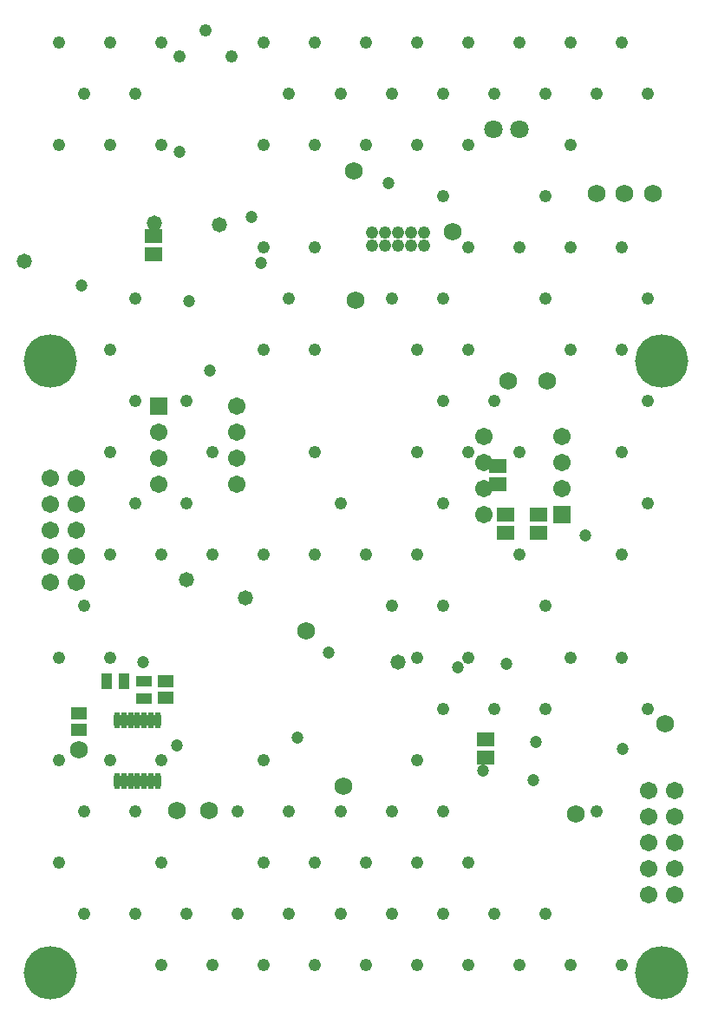
<source format=gbr>
G04 Layer_Color=16711935*
%FSLAX26Y26*%
%MOIN*%
%TF.FileFunction,Soldermask,Bot*%
%TF.Part,Single*%
G01*
G75*
%TA.AperFunction,ComponentPad*%
%ADD41C,0.068000*%
%TA.AperFunction,SMDPad,CuDef*%
%ADD53R,0.065087X0.053276*%
%ADD56R,0.059181X0.041465*%
%ADD64R,0.041465X0.059181*%
%ADD65R,0.061150X0.045402*%
%TA.AperFunction,ComponentPad*%
%ADD66C,0.067055*%
%ADD67C,0.070992*%
%ADD68C,0.048000*%
%ADD69R,0.067055X0.067055*%
%TA.AperFunction,ViaPad*%
%ADD70C,0.204850*%
%ADD71C,0.058000*%
%ADD72C,0.047370*%
%ADD73C,0.048000*%
%TA.AperFunction,SMDPad,CuDef*%
%ADD79O,0.025716X0.063118*%
D41*
X2170000Y760000D02*
D03*
X634913Y774110D02*
D03*
X2058338Y2423260D02*
D03*
X1908732D02*
D03*
X1315110Y3231110D02*
D03*
X1323110Y2735110D02*
D03*
X2466110Y3145110D02*
D03*
X2355110Y3145110D02*
D03*
X2250110Y3143810D02*
D03*
X1694110Y2997110D02*
D03*
X1132110Y1463110D02*
D03*
X760110Y774110D02*
D03*
X257759Y1005858D02*
D03*
X1275110Y868110D02*
D03*
X2511110Y1107110D02*
D03*
D53*
X1822110Y977677D02*
D03*
Y1048543D02*
D03*
X545110Y2981543D02*
D03*
Y2910677D02*
D03*
X2025000Y1910433D02*
D03*
Y1839567D02*
D03*
X1869134Y2028134D02*
D03*
Y2099000D02*
D03*
X1900000Y1839566D02*
D03*
Y1910432D02*
D03*
D56*
X508110Y1271575D02*
D03*
Y1204646D02*
D03*
D64*
X433575Y1269110D02*
D03*
X366646D02*
D03*
D65*
X260110Y1085614D02*
D03*
Y1148606D02*
D03*
X591110Y1206614D02*
D03*
Y1269606D02*
D03*
D66*
X150110Y2050110D02*
D03*
Y1950110D02*
D03*
Y1850110D02*
D03*
Y1750110D02*
D03*
Y1650110D02*
D03*
X250110Y2050110D02*
D03*
Y1950110D02*
D03*
Y1850110D02*
D03*
Y1750110D02*
D03*
Y1650110D02*
D03*
X1814134Y2209568D02*
D03*
Y2109568D02*
D03*
Y2009568D02*
D03*
Y1909568D02*
D03*
X2114134Y2209568D02*
D03*
Y2109568D02*
D03*
Y2009568D02*
D03*
X2450110Y850110D02*
D03*
Y750110D02*
D03*
Y650110D02*
D03*
Y550110D02*
D03*
Y450110D02*
D03*
X2550110Y850110D02*
D03*
Y750110D02*
D03*
Y650110D02*
D03*
Y550110D02*
D03*
Y450110D02*
D03*
X866110Y2027110D02*
D03*
Y2127110D02*
D03*
Y2227110D02*
D03*
Y2327110D02*
D03*
X566110Y2027110D02*
D03*
Y2127110D02*
D03*
Y2227110D02*
D03*
D67*
X1952110Y3390110D02*
D03*
X1852110D02*
D03*
D68*
X644110Y3669110D02*
D03*
X844110D02*
D03*
X744110Y3769110D02*
D03*
X1585110Y2995112D02*
D03*
Y2945112D02*
D03*
X1535110Y2995112D02*
D03*
Y2945112D02*
D03*
X1485110Y2995112D02*
D03*
Y2945112D02*
D03*
X1435110Y2995112D02*
D03*
Y2945112D02*
D03*
X1385110Y2995112D02*
D03*
Y2945112D02*
D03*
D69*
X2114134Y1909568D02*
D03*
X566110Y2327110D02*
D03*
D70*
X150110Y150110D02*
D03*
X2500110D02*
D03*
X150110Y2500110D02*
D03*
X2500110D02*
D03*
D71*
X550000Y3030000D02*
D03*
X1485110Y1345110D02*
D03*
X900000Y1591492D02*
D03*
X672000Y1662000D02*
D03*
X49000Y2883000D02*
D03*
X797110Y3023110D02*
D03*
D72*
X2005362Y890110D02*
D03*
X960000Y2876220D02*
D03*
X1220000Y1380000D02*
D03*
X1903009Y1337474D02*
D03*
X1813252Y926110D02*
D03*
X2350110Y1010110D02*
D03*
X270110Y2790110D02*
D03*
X2205110Y1830110D02*
D03*
X2015488Y1038780D02*
D03*
X1713800Y1325110D02*
D03*
X645110Y3305110D02*
D03*
X921110Y3055110D02*
D03*
X682110Y2732110D02*
D03*
X1447616Y3185110D02*
D03*
X762110Y2463110D02*
D03*
X1099110Y1053110D02*
D03*
X505110Y1344110D02*
D03*
X634922Y1024110D02*
D03*
D73*
X279528Y377953D02*
D03*
X181102Y574803D02*
D03*
X279528Y771654D02*
D03*
X181102Y968504D02*
D03*
Y1362205D02*
D03*
X279528Y1559055D02*
D03*
X181102Y3330709D02*
D03*
X279528Y3527559D02*
D03*
X181102Y3724410D02*
D03*
X476378Y377953D02*
D03*
Y771654D02*
D03*
X377953Y968504D02*
D03*
Y1362205D02*
D03*
Y1755906D02*
D03*
X476378Y1952756D02*
D03*
X377953Y2149606D02*
D03*
X476378Y2346457D02*
D03*
X377953Y2543307D02*
D03*
X476378Y2740158D02*
D03*
X377953Y3330709D02*
D03*
X476378Y3527559D02*
D03*
X377953Y3724410D02*
D03*
X574803Y181102D02*
D03*
X673228Y377953D02*
D03*
X574803Y574803D02*
D03*
Y968504D02*
D03*
Y1755906D02*
D03*
X673228Y1952756D02*
D03*
Y2346457D02*
D03*
X574803Y3330709D02*
D03*
Y3724410D02*
D03*
X771654Y181102D02*
D03*
X870079Y377953D02*
D03*
Y771654D02*
D03*
X771654Y1755906D02*
D03*
Y2149606D02*
D03*
X968504Y181102D02*
D03*
X1066929Y377953D02*
D03*
X968504Y574803D02*
D03*
X1066929Y771654D02*
D03*
X968504Y968504D02*
D03*
Y1755906D02*
D03*
Y2543307D02*
D03*
X1066929Y2740158D02*
D03*
X968504Y2937008D02*
D03*
Y3330709D02*
D03*
X1066929Y3527559D02*
D03*
X968504Y3724410D02*
D03*
X1165354Y181102D02*
D03*
X1263780Y377953D02*
D03*
X1165354Y574803D02*
D03*
X1263780Y771654D02*
D03*
X1165354Y1755906D02*
D03*
X1263780Y1952756D02*
D03*
X1165354Y2149606D02*
D03*
Y2543307D02*
D03*
Y2937008D02*
D03*
Y3330709D02*
D03*
X1263780Y3527559D02*
D03*
X1165354Y3724410D02*
D03*
X1362205Y181102D02*
D03*
X1460630Y377953D02*
D03*
X1362205Y574803D02*
D03*
X1460630Y771654D02*
D03*
Y1559055D02*
D03*
X1362205Y1755906D02*
D03*
X1460630Y2740158D02*
D03*
X1362205Y3330709D02*
D03*
X1460630Y3527559D02*
D03*
X1362205Y3724410D02*
D03*
X1559055Y181102D02*
D03*
X1657480Y377953D02*
D03*
X1559055Y574803D02*
D03*
X1657480Y771654D02*
D03*
X1559055Y968504D02*
D03*
X1657480Y1165354D02*
D03*
X1559055Y1362205D02*
D03*
X1657480Y1559055D02*
D03*
X1559055Y1755906D02*
D03*
X1657480Y1952756D02*
D03*
X1559055Y2149606D02*
D03*
X1657480Y2346457D02*
D03*
X1559055Y2543307D02*
D03*
X1657480Y2740158D02*
D03*
Y3133858D02*
D03*
X1559055Y3330709D02*
D03*
X1657480Y3527559D02*
D03*
X1559055Y3724410D02*
D03*
X1755906Y181102D02*
D03*
X1854331Y377953D02*
D03*
X1755906Y574803D02*
D03*
X1854331Y1165354D02*
D03*
X1755906Y1362205D02*
D03*
Y2149606D02*
D03*
X1854331Y2346457D02*
D03*
X1755906Y2543307D02*
D03*
Y2937008D02*
D03*
Y3330709D02*
D03*
X1854331Y3527559D02*
D03*
X1755906Y3724410D02*
D03*
X1952756Y181102D02*
D03*
X2051181Y377953D02*
D03*
Y1165354D02*
D03*
Y1559055D02*
D03*
X1952756Y1755906D02*
D03*
Y2149606D02*
D03*
X2051181Y2740158D02*
D03*
X1952756Y2937008D02*
D03*
X2051181Y3133858D02*
D03*
Y3527559D02*
D03*
X1952756Y3724410D02*
D03*
X2149606Y181102D02*
D03*
X2248032Y771654D02*
D03*
X2149606Y1362205D02*
D03*
Y2543307D02*
D03*
Y2937008D02*
D03*
Y3330709D02*
D03*
X2248032Y3527559D02*
D03*
X2149606Y3724410D02*
D03*
X2346457Y181102D02*
D03*
X2444882Y1165354D02*
D03*
X2346457Y1362205D02*
D03*
Y1755906D02*
D03*
X2444882Y1952756D02*
D03*
X2346457Y2149606D02*
D03*
X2444882Y2346457D02*
D03*
X2346457Y2543307D02*
D03*
X2444882Y2740158D02*
D03*
X2346457Y2937008D02*
D03*
X2444882Y3527559D02*
D03*
X2346457Y3724410D02*
D03*
D79*
X406929Y1121252D02*
D03*
X432520D02*
D03*
X458110D02*
D03*
X483701D02*
D03*
X509291D02*
D03*
X534882D02*
D03*
X560473D02*
D03*
X406929Y888968D02*
D03*
X432520D02*
D03*
X458110D02*
D03*
X483701D02*
D03*
X509291D02*
D03*
X534882D02*
D03*
X560473D02*
D03*
%TF.MD5,530bd740dab944bab8c38c1fd103a69c*%
M02*

</source>
